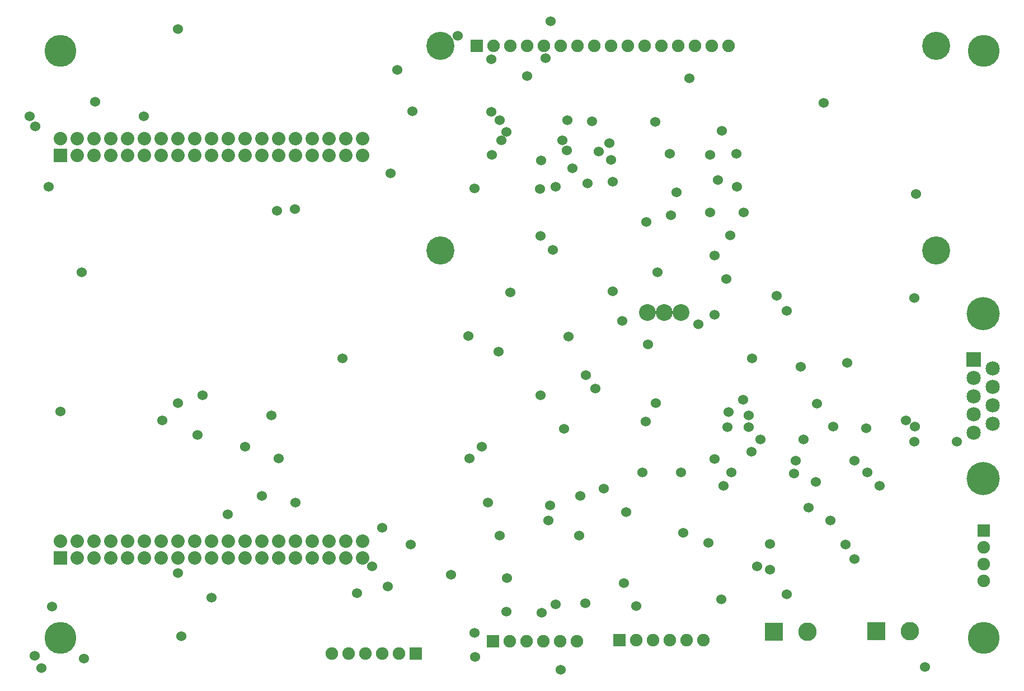
<source format=gbs>
G04*
G04 #@! TF.GenerationSoftware,Altium Limited,Altium Designer,18.1.9 (240)*
G04*
G04 Layer_Color=16711935*
%FSLAX25Y25*%
%MOIN*%
G70*
G01*
G75*
%ADD26R,0.07500X0.07500*%
%ADD27C,0.07500*%
%ADD28R,0.11000X0.11000*%
%ADD29C,0.11000*%
%ADD30R,0.07500X0.07500*%
%ADD31C,0.10000*%
%ADD32C,0.08000*%
%ADD33R,0.08000X0.08000*%
%ADD34C,0.08500*%
%ADD35R,0.08500X0.08500*%
%ADD36C,0.19740*%
%ADD37C,0.06000*%
%ADD38C,0.16748*%
%ADD39C,0.19000*%
D26*
X358000Y23000D02*
D03*
X273000Y377500D02*
D03*
X282500Y22500D02*
D03*
X236500Y15000D02*
D03*
D27*
X368000Y23000D02*
D03*
X378000D02*
D03*
X388000D02*
D03*
X398000D02*
D03*
X408000D02*
D03*
X283000Y377500D02*
D03*
X293000D02*
D03*
X303000D02*
D03*
X313000D02*
D03*
X323000D02*
D03*
X333000D02*
D03*
X343000D02*
D03*
X353000D02*
D03*
X363000D02*
D03*
X373000D02*
D03*
X383000D02*
D03*
X393000D02*
D03*
X403000D02*
D03*
X413000D02*
D03*
X423000D02*
D03*
X575000Y78500D02*
D03*
Y68500D02*
D03*
Y58500D02*
D03*
X332500Y22500D02*
D03*
X322500D02*
D03*
X312500D02*
D03*
X302500D02*
D03*
X292500D02*
D03*
X186500Y15000D02*
D03*
X196500D02*
D03*
X206500D02*
D03*
X216500D02*
D03*
X226500D02*
D03*
D28*
X511000Y28283D02*
D03*
X450000Y28000D02*
D03*
D29*
X531000Y28283D02*
D03*
X470000Y28000D02*
D03*
D30*
X575000Y88500D02*
D03*
D31*
X394500Y218500D02*
D03*
X384500D02*
D03*
X374500D02*
D03*
D32*
X205000Y322000D02*
D03*
Y312000D02*
D03*
X195000Y322000D02*
D03*
Y312000D02*
D03*
X185000Y322000D02*
D03*
Y312000D02*
D03*
X175000Y322000D02*
D03*
Y312000D02*
D03*
X165000Y322000D02*
D03*
Y312000D02*
D03*
X155000Y322000D02*
D03*
Y312000D02*
D03*
X145000Y322000D02*
D03*
Y312000D02*
D03*
X135000Y322000D02*
D03*
Y312000D02*
D03*
X125000Y322000D02*
D03*
Y312000D02*
D03*
X115000Y322000D02*
D03*
Y312000D02*
D03*
X105000Y322000D02*
D03*
Y312000D02*
D03*
X95000Y322000D02*
D03*
Y312000D02*
D03*
X85000Y322000D02*
D03*
Y312000D02*
D03*
X75000Y322000D02*
D03*
Y312000D02*
D03*
X65000Y322000D02*
D03*
Y312000D02*
D03*
X55000Y322000D02*
D03*
Y312000D02*
D03*
X45000Y322000D02*
D03*
Y312000D02*
D03*
X35000Y322000D02*
D03*
Y312000D02*
D03*
X25000Y322000D02*
D03*
X205000Y82000D02*
D03*
Y72000D02*
D03*
X195000Y82000D02*
D03*
Y72000D02*
D03*
X185000Y82000D02*
D03*
Y72000D02*
D03*
X175000Y82000D02*
D03*
Y72000D02*
D03*
X165000Y82000D02*
D03*
Y72000D02*
D03*
X155000Y82000D02*
D03*
Y72000D02*
D03*
X145000Y82000D02*
D03*
Y72000D02*
D03*
X135000Y82000D02*
D03*
Y72000D02*
D03*
X125000Y82000D02*
D03*
Y72000D02*
D03*
X115000Y82000D02*
D03*
Y72000D02*
D03*
X105000Y82000D02*
D03*
Y72000D02*
D03*
X95000Y82000D02*
D03*
Y72000D02*
D03*
X85000Y82000D02*
D03*
Y72000D02*
D03*
X75000Y82000D02*
D03*
Y72000D02*
D03*
X65000Y82000D02*
D03*
Y72000D02*
D03*
X55000Y82000D02*
D03*
Y72000D02*
D03*
X45000Y82000D02*
D03*
Y72000D02*
D03*
X35000Y82000D02*
D03*
Y72000D02*
D03*
X25000Y82000D02*
D03*
D33*
Y312000D02*
D03*
Y72000D02*
D03*
D34*
X569008Y146689D02*
D03*
X580189Y152142D02*
D03*
X569008Y157595D02*
D03*
X580189Y163047D02*
D03*
X569008Y168500D02*
D03*
X580189Y173953D02*
D03*
X569008Y179405D02*
D03*
X580189Y184858D02*
D03*
D35*
X569008Y190311D02*
D03*
D36*
X574598Y217693D02*
D03*
Y119307D02*
D03*
D37*
X493500Y188500D02*
D03*
X311500Y39500D02*
D03*
X290740Y40000D02*
D03*
X271500Y27500D02*
D03*
X540000Y7000D02*
D03*
X457500Y50500D02*
D03*
X272000Y13000D02*
D03*
X323000Y5500D02*
D03*
X475500Y164169D02*
D03*
X420000Y115000D02*
D03*
X9500Y13553D02*
D03*
X440135Y67071D02*
D03*
X447642Y65000D02*
D03*
X414500Y131161D02*
D03*
X485450Y150500D02*
D03*
X20000Y43000D02*
D03*
X39000Y12000D02*
D03*
X354000Y296500D02*
D03*
X374000Y272250D02*
D03*
X311000Y264000D02*
D03*
X424000Y264500D02*
D03*
X427500Y313000D02*
D03*
X428000Y293500D02*
D03*
X345559Y314500D02*
D03*
X341500Y332500D02*
D03*
X339000Y295500D02*
D03*
X320000Y293500D02*
D03*
X379449Y332000D02*
D03*
X318177Y255630D02*
D03*
X414500Y252500D02*
D03*
X432000Y278000D02*
D03*
X412000D02*
D03*
X435000Y157000D02*
D03*
X534000Y150500D02*
D03*
X533500Y227000D02*
D03*
X451500Y228500D02*
D03*
X505000Y149500D02*
D03*
X457500Y219339D02*
D03*
X414500Y217000D02*
D03*
X411000Y81000D02*
D03*
X466000Y186000D02*
D03*
X513000Y115000D02*
D03*
X475000Y117500D02*
D03*
X505500Y123000D02*
D03*
X462000Y122500D02*
D03*
X447642Y80500D02*
D03*
X431500Y166500D02*
D03*
X442000Y142555D02*
D03*
X528500Y154000D02*
D03*
X412000Y312500D02*
D03*
X388000Y313000D02*
D03*
X416500Y297500D02*
D03*
X310500Y292000D02*
D03*
X311161Y309161D02*
D03*
X353000Y309500D02*
D03*
X352000Y319500D02*
D03*
X326500Y315000D02*
D03*
X337500Y45000D02*
D03*
X348677Y113323D02*
D03*
X334500Y109000D02*
D03*
X424500Y123000D02*
D03*
X436500Y135500D02*
D03*
X467606Y142555D02*
D03*
X435000Y150000D02*
D03*
X422421Y150110D02*
D03*
X291000Y60000D02*
D03*
X360500Y57000D02*
D03*
X362000Y99500D02*
D03*
X470500Y102000D02*
D03*
X418500Y47500D02*
D03*
X368000Y43500D02*
D03*
X396000Y87000D02*
D03*
X115000Y48500D02*
D03*
X320000Y44500D02*
D03*
X533500Y141500D02*
D03*
X559000D02*
D03*
X210500Y67000D02*
D03*
X279500Y105000D02*
D03*
X165000D02*
D03*
X268500Y131500D02*
D03*
X155000D02*
D03*
X97000Y25500D02*
D03*
X95000Y63000D02*
D03*
X380500Y242500D02*
D03*
X37500D02*
D03*
X392000Y290000D02*
D03*
X534500Y289000D02*
D03*
X437000Y191000D02*
D03*
X193000D02*
D03*
X150500Y157000D02*
D03*
X316500Y103500D02*
D03*
X145000Y109000D02*
D03*
X276000Y138500D02*
D03*
X135000D02*
D03*
X315500Y94500D02*
D03*
X124500Y98000D02*
D03*
X287500Y321000D02*
D03*
X324000D02*
D03*
X327000Y333000D02*
D03*
X286500D02*
D03*
X271500Y292500D02*
D03*
X311000Y169000D02*
D03*
X109500D02*
D03*
X479500Y343500D02*
D03*
X45500Y344000D02*
D03*
X423000Y159000D02*
D03*
X25000Y159500D02*
D03*
X421500Y238500D02*
D03*
X399500Y358000D02*
D03*
X303000Y359500D02*
D03*
X95000Y387500D02*
D03*
X317000Y392000D02*
D03*
X375000Y199500D02*
D03*
X286000Y195000D02*
D03*
X281500Y338000D02*
D03*
X282114Y312500D02*
D03*
X281500Y369500D02*
D03*
X314000Y370000D02*
D03*
X106500Y145500D02*
D03*
X325000Y149000D02*
D03*
X371500Y123000D02*
D03*
X394500D02*
D03*
X354000Y231000D02*
D03*
X292929Y230500D02*
D03*
X154000Y279000D02*
D03*
X164500Y280000D02*
D03*
X388500Y276500D02*
D03*
X330000Y304500D02*
D03*
X327500Y204000D02*
D03*
X268000Y204500D02*
D03*
X221500Y301500D02*
D03*
X225500Y363000D02*
D03*
X257500Y62000D02*
D03*
X261500Y383500D02*
D03*
X359500Y213500D02*
D03*
X405000Y211500D02*
D03*
X290740Y326000D02*
D03*
X419000Y326740D02*
D03*
X338000Y181000D02*
D03*
X343500Y173000D02*
D03*
X483500Y94500D02*
D03*
X492500Y80000D02*
D03*
X463000Y130000D02*
D03*
X498000D02*
D03*
Y71500D02*
D03*
X95000Y164500D02*
D03*
X379500D02*
D03*
X85500Y154000D02*
D03*
X373500Y153500D02*
D03*
X74500Y335500D02*
D03*
X6500D02*
D03*
X13500Y6500D02*
D03*
X10000Y329500D02*
D03*
X334000Y85500D02*
D03*
X286500D02*
D03*
X234500Y338500D02*
D03*
X233475Y80025D02*
D03*
X216500Y90000D02*
D03*
X220000Y55000D02*
D03*
X201500Y51000D02*
D03*
X18000Y293500D02*
D03*
D38*
X546622Y377500D02*
D03*
Y255453D02*
D03*
X251346D02*
D03*
Y377500D02*
D03*
D39*
X575000Y374500D02*
D03*
Y24500D02*
D03*
X25000Y374500D02*
D03*
Y24500D02*
D03*
M02*

</source>
